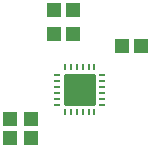
<source format=gtp>
G04 #@! TF.GenerationSoftware,KiCad,Pcbnew,8.0.7*
G04 #@! TF.CreationDate,2025-01-11T12:37:20+01:00*
G04 #@! TF.ProjectId,NGCL,4e47434c-2e6b-4696-9361-645f70636258,rev?*
G04 #@! TF.SameCoordinates,Original*
G04 #@! TF.FileFunction,Paste,Top*
G04 #@! TF.FilePolarity,Positive*
%FSLAX46Y46*%
G04 Gerber Fmt 4.6, Leading zero omitted, Abs format (unit mm)*
G04 Created by KiCad (PCBNEW 8.0.7) date 2025-01-11 12:37:20*
%MOMM*%
%LPD*%
G01*
G04 APERTURE LIST*
G04 Aperture macros list*
%AMRoundRect*
0 Rectangle with rounded corners*
0 $1 Rounding radius*
0 $2 $3 $4 $5 $6 $7 $8 $9 X,Y pos of 4 corners*
0 Add a 4 corners polygon primitive as box body*
4,1,4,$2,$3,$4,$5,$6,$7,$8,$9,$2,$3,0*
0 Add four circle primitives for the rounded corners*
1,1,$1+$1,$2,$3*
1,1,$1+$1,$4,$5*
1,1,$1+$1,$6,$7*
1,1,$1+$1,$8,$9*
0 Add four rect primitives between the rounded corners*
20,1,$1+$1,$2,$3,$4,$5,0*
20,1,$1+$1,$4,$5,$6,$7,0*
20,1,$1+$1,$6,$7,$8,$9,0*
20,1,$1+$1,$8,$9,$2,$3,0*%
G04 Aperture macros list end*
%ADD10RoundRect,0.000000X-0.575000X-0.550000X0.575000X-0.550000X0.575000X0.550000X-0.575000X0.550000X0*%
%ADD11RoundRect,0.000000X0.550000X-0.575000X0.550000X0.575000X-0.550000X0.575000X-0.550000X-0.575000X0*%
%ADD12RoundRect,0.050000X-0.240000X-0.070000X0.240000X-0.070000X0.240000X0.070000X-0.240000X0.070000X0*%
%ADD13RoundRect,0.050000X0.070000X-0.240000X0.070000X0.240000X-0.070000X0.240000X-0.070000X-0.240000X0*%
%ADD14RoundRect,0.050000X0.240000X0.070000X-0.240000X0.070000X-0.240000X-0.070000X0.240000X-0.070000X0*%
%ADD15RoundRect,0.050000X-0.070000X0.240000X-0.070000X-0.240000X0.070000X-0.240000X0.070000X0.240000X0*%
%ADD16RoundRect,0.135000X-1.215000X1.215000X-1.215000X-1.215000X1.215000X-1.215000X1.215000X1.215000X0*%
G04 APERTURE END LIST*
D10*
G04 #@! TO.C,R3*
X144900000Y-98000000D03*
X146500000Y-98000000D03*
G04 #@! TD*
G04 #@! TO.C,R2*
X144900000Y-100000000D03*
X146500000Y-100000000D03*
G04 #@! TD*
D11*
G04 #@! TO.C,R4*
X143000000Y-108800000D03*
X143000000Y-107200000D03*
G04 #@! TD*
D12*
G04 #@! TO.C,U1*
X145175000Y-103500000D03*
X145175000Y-104000000D03*
X145175000Y-104500000D03*
X145175000Y-105000000D03*
X145175000Y-105500000D03*
X145175000Y-106000000D03*
D13*
X145837500Y-106662500D03*
X146337500Y-106662500D03*
X146837500Y-106662500D03*
X147337500Y-106662500D03*
X147837500Y-106662500D03*
X148337500Y-106662500D03*
D14*
X149000000Y-106000000D03*
X149000000Y-105500000D03*
X149000000Y-105000000D03*
X149000000Y-104500000D03*
X149000000Y-104000000D03*
X149000000Y-103500000D03*
D15*
X148337500Y-102837500D03*
X147837500Y-102837500D03*
X147337500Y-102837500D03*
X146837500Y-102837500D03*
X146337500Y-102837500D03*
X145837500Y-102837500D03*
D16*
X147087500Y-104750000D03*
G04 #@! TD*
D11*
G04 #@! TO.C,R5*
X141200000Y-108800000D03*
X141200000Y-107200000D03*
G04 #@! TD*
D10*
G04 #@! TO.C,R1*
X150700000Y-101000000D03*
X152300000Y-101000000D03*
G04 #@! TD*
M02*

</source>
